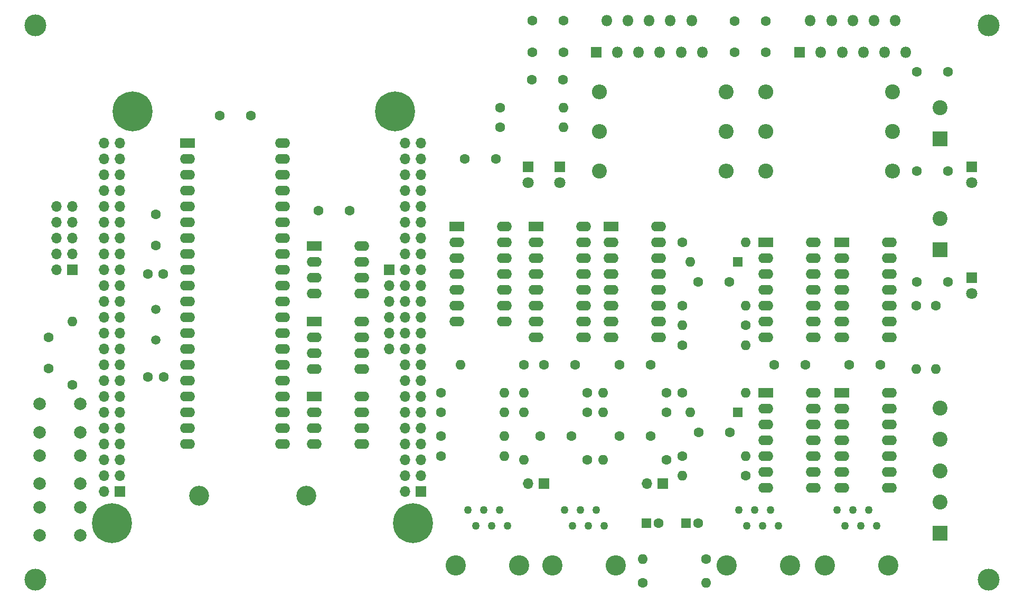
<source format=gts>
G04 #@! TF.FileFunction,Soldermask,Top*
%FSLAX46Y46*%
G04 Gerber Fmt 4.6, Leading zero omitted, Abs format (unit mm)*
G04 Created by KiCad (PCBNEW 4.0.7) date 10/02/17 10:04:21*
%MOMM*%
%LPD*%
G01*
G04 APERTURE LIST*
%ADD10C,0.100000*%
%ADD11C,1.600000*%
%ADD12C,3.500000*%
%ADD13R,1.700000X1.700000*%
%ADD14O,1.700000X1.700000*%
%ADD15R,2.400000X1.600000*%
%ADD16O,2.400000X1.600000*%
%ADD17R,1.600000X1.600000*%
%ADD18O,1.600000X1.600000*%
%ADD19R,1.800000X1.800000*%
%ADD20O,1.800000X1.800000*%
%ADD21R,2.400000X2.400000*%
%ADD22C,2.400000*%
%ADD23C,1.260000*%
%ADD24C,3.250000*%
%ADD25O,2.400000X2.400000*%
%ADD26C,2.000000*%
%ADD27C,1.500000*%
%ADD28C,6.400000*%
%ADD29C,1.800000*%
%ADD30C,3.200000*%
G04 APERTURE END LIST*
D10*
D11*
X105410000Y-66040000D03*
X100410000Y-66040000D03*
D12*
X70880000Y-51600000D03*
X223740000Y-51600000D03*
X223740000Y-140500000D03*
X70880000Y-140500000D03*
D13*
X171450000Y-125095000D03*
D14*
X168910000Y-125095000D03*
D15*
X187960000Y-110490000D03*
D16*
X195580000Y-125730000D03*
X187960000Y-113030000D03*
X195580000Y-123190000D03*
X187960000Y-115570000D03*
X195580000Y-120650000D03*
X187960000Y-118110000D03*
X195580000Y-118110000D03*
X187960000Y-120650000D03*
X195580000Y-115570000D03*
X187960000Y-123190000D03*
X195580000Y-113030000D03*
X187960000Y-125730000D03*
X195580000Y-110490000D03*
D11*
X206375000Y-106045000D03*
X201375000Y-106045000D03*
X169545000Y-117475000D03*
X164545000Y-117475000D03*
D17*
X175165000Y-131445000D03*
D11*
X177165000Y-131445000D03*
X182165000Y-92710000D03*
X177165000Y-92710000D03*
X212170000Y-59055000D03*
X217170000Y-59055000D03*
X187960000Y-50880000D03*
X182960000Y-50880000D03*
X187960000Y-55880000D03*
X182960000Y-55880000D03*
X189310000Y-106045000D03*
X194310000Y-106045000D03*
X169545000Y-106045000D03*
X164545000Y-106045000D03*
X212170000Y-74930000D03*
X217170000Y-74930000D03*
X144700000Y-73025000D03*
X139700000Y-73025000D03*
X156845000Y-117475000D03*
X151845000Y-117475000D03*
X182245000Y-116840000D03*
X177245000Y-116840000D03*
X150575000Y-55880000D03*
X155575000Y-55880000D03*
X157400000Y-106045000D03*
X152400000Y-106045000D03*
X150575000Y-50800000D03*
X155575000Y-50800000D03*
X155495000Y-60325000D03*
X150495000Y-60325000D03*
X90170000Y-86915000D03*
X90170000Y-81915000D03*
X217170000Y-92710000D03*
X212170000Y-92710000D03*
X116285000Y-81280000D03*
X121285000Y-81280000D03*
X88940000Y-107950000D03*
X91440000Y-107950000D03*
X91400000Y-91440000D03*
X88900000Y-91440000D03*
X73025000Y-106600000D03*
X73025000Y-101600000D03*
D17*
X183515000Y-89535000D03*
D18*
X175895000Y-89535000D03*
D17*
X183515000Y-113665000D03*
D18*
X175895000Y-113665000D03*
D19*
X193430000Y-55880000D03*
D20*
X195130000Y-50800000D03*
X196830000Y-55880000D03*
X198530000Y-50800000D03*
X200230000Y-55880000D03*
X201930000Y-50800000D03*
X203630000Y-55880000D03*
X205330000Y-50800000D03*
X207030000Y-55880000D03*
X208730000Y-50800000D03*
X210430000Y-55880000D03*
D19*
X160800000Y-55880000D03*
D20*
X162500000Y-50800000D03*
X164200000Y-55880000D03*
X165900000Y-50800000D03*
X167600000Y-55880000D03*
X169300000Y-50800000D03*
X171000000Y-55880000D03*
X172700000Y-50800000D03*
X174400000Y-55880000D03*
X176100000Y-50800000D03*
X177800000Y-55880000D03*
D15*
X115570000Y-99060000D03*
D16*
X123190000Y-106680000D03*
X115570000Y-101600000D03*
X123190000Y-104140000D03*
X115570000Y-104140000D03*
X123190000Y-101600000D03*
X115570000Y-106680000D03*
X123190000Y-99060000D03*
D15*
X115570000Y-111125000D03*
D16*
X123190000Y-118745000D03*
X115570000Y-113665000D03*
X123190000Y-116205000D03*
X115570000Y-116205000D03*
X123190000Y-113665000D03*
X115570000Y-118745000D03*
X123190000Y-111125000D03*
D13*
X127635000Y-90805000D03*
D14*
X127635000Y-93345000D03*
X127635000Y-95885000D03*
X127635000Y-98425000D03*
X127635000Y-100965000D03*
X127635000Y-103505000D03*
D21*
X215900000Y-133016000D03*
D22*
X215900000Y-128016000D03*
X215900000Y-123016000D03*
X215900000Y-118016000D03*
X215900000Y-113016000D03*
D21*
X215900000Y-69770000D03*
D22*
X215900000Y-64770000D03*
D21*
X215900000Y-87550000D03*
D22*
X215900000Y-82550000D03*
D23*
X199386000Y-129286000D03*
X200656000Y-131826000D03*
X201926000Y-129286000D03*
X203196000Y-131826000D03*
X204466000Y-129286000D03*
X205736000Y-131826000D03*
D24*
X207641000Y-138176000D03*
X197481000Y-138176000D03*
D23*
X183642000Y-129286000D03*
X184912000Y-131826000D03*
X186182000Y-129286000D03*
X187452000Y-131826000D03*
X188722000Y-129286000D03*
X189992000Y-131826000D03*
D24*
X191897000Y-138176000D03*
X181737000Y-138176000D03*
D23*
X155702000Y-129286000D03*
X156972000Y-131826000D03*
X158242000Y-129286000D03*
X159512000Y-131826000D03*
X160782000Y-129286000D03*
X162052000Y-131826000D03*
D24*
X163957000Y-138176000D03*
X153797000Y-138176000D03*
D23*
X140208000Y-129286000D03*
X141478000Y-131826000D03*
X142748000Y-129286000D03*
X144018000Y-131826000D03*
X145288000Y-129286000D03*
X146558000Y-131826000D03*
D24*
X148463000Y-138176000D03*
X138303000Y-138176000D03*
D13*
X152400000Y-125095000D03*
D14*
X149860000Y-125095000D03*
D13*
X132715000Y-126365000D03*
D14*
X130175000Y-126365000D03*
X132715000Y-123825000D03*
X130175000Y-123825000D03*
X132715000Y-121285000D03*
X130175000Y-121285000D03*
X132715000Y-118745000D03*
X130175000Y-118745000D03*
X132715000Y-116205000D03*
X130175000Y-116205000D03*
X132715000Y-113665000D03*
X130175000Y-113665000D03*
X132715000Y-111125000D03*
X130175000Y-111125000D03*
X132715000Y-108585000D03*
X130175000Y-108585000D03*
X132715000Y-106045000D03*
X130175000Y-106045000D03*
X132715000Y-103505000D03*
X130175000Y-103505000D03*
X132715000Y-100965000D03*
X130175000Y-100965000D03*
X132715000Y-98425000D03*
X130175000Y-98425000D03*
X132715000Y-95885000D03*
X130175000Y-95885000D03*
X132715000Y-93345000D03*
X130175000Y-93345000D03*
X132715000Y-90805000D03*
X130175000Y-90805000D03*
X132715000Y-88265000D03*
X130175000Y-88265000D03*
X132715000Y-85725000D03*
X130175000Y-85725000D03*
X132715000Y-83185000D03*
X130175000Y-83185000D03*
X132715000Y-80645000D03*
X130175000Y-80645000D03*
X132715000Y-78105000D03*
X130175000Y-78105000D03*
X132715000Y-75565000D03*
X130175000Y-75565000D03*
X132715000Y-73025000D03*
X130175000Y-73025000D03*
X132715000Y-70485000D03*
X130175000Y-70485000D03*
D13*
X84455000Y-126365000D03*
D14*
X81915000Y-126365000D03*
X84455000Y-123825000D03*
X81915000Y-123825000D03*
X84455000Y-121285000D03*
X81915000Y-121285000D03*
X84455000Y-118745000D03*
X81915000Y-118745000D03*
X84455000Y-116205000D03*
X81915000Y-116205000D03*
X84455000Y-113665000D03*
X81915000Y-113665000D03*
X84455000Y-111125000D03*
X81915000Y-111125000D03*
X84455000Y-108585000D03*
X81915000Y-108585000D03*
X84455000Y-106045000D03*
X81915000Y-106045000D03*
X84455000Y-103505000D03*
X81915000Y-103505000D03*
X84455000Y-100965000D03*
X81915000Y-100965000D03*
X84455000Y-98425000D03*
X81915000Y-98425000D03*
X84455000Y-95885000D03*
X81915000Y-95885000D03*
X84455000Y-93345000D03*
X81915000Y-93345000D03*
X84455000Y-90805000D03*
X81915000Y-90805000D03*
X84455000Y-88265000D03*
X81915000Y-88265000D03*
X84455000Y-85725000D03*
X81915000Y-85725000D03*
X84455000Y-83185000D03*
X81915000Y-83185000D03*
X84455000Y-80645000D03*
X81915000Y-80645000D03*
X84455000Y-78105000D03*
X81915000Y-78105000D03*
X84455000Y-75565000D03*
X81915000Y-75565000D03*
X84455000Y-73025000D03*
X81915000Y-73025000D03*
X84455000Y-70485000D03*
X81915000Y-70485000D03*
D11*
X172085000Y-121285000D03*
D18*
X161925000Y-121285000D03*
D11*
X172085000Y-113665000D03*
D18*
X161925000Y-113665000D03*
D11*
X168275000Y-140970000D03*
D18*
X178435000Y-140970000D03*
D11*
X174625000Y-102870000D03*
D18*
X184785000Y-102870000D03*
D11*
X172085000Y-110490000D03*
D18*
X161925000Y-110490000D03*
D11*
X174625000Y-96520000D03*
D18*
X184785000Y-96520000D03*
D11*
X184785000Y-99695000D03*
D18*
X174625000Y-99695000D03*
D11*
X174625000Y-86360000D03*
D18*
X184785000Y-86360000D03*
D22*
X208280000Y-68580000D03*
D25*
X187960000Y-68580000D03*
D22*
X208280000Y-62230000D03*
D25*
X187960000Y-62230000D03*
D22*
X187960000Y-74930000D03*
D25*
X208280000Y-74930000D03*
D11*
X159385000Y-121285000D03*
D18*
X149225000Y-121285000D03*
D11*
X159385000Y-113665000D03*
D18*
X149225000Y-113665000D03*
D11*
X178435000Y-137160000D03*
D18*
X168275000Y-137160000D03*
D11*
X149225000Y-106045000D03*
D18*
X139065000Y-106045000D03*
D11*
X159385000Y-110490000D03*
D18*
X149225000Y-110490000D03*
D11*
X174625000Y-120650000D03*
D18*
X184785000Y-120650000D03*
D11*
X174625000Y-110490000D03*
D18*
X184785000Y-110490000D03*
D22*
X181610000Y-62230000D03*
D25*
X161290000Y-62230000D03*
D22*
X181610000Y-68580000D03*
D25*
X161290000Y-68580000D03*
D22*
X161290000Y-74930000D03*
D25*
X181610000Y-74930000D03*
D11*
X135890000Y-110490000D03*
D18*
X146050000Y-110490000D03*
D11*
X135890000Y-117475000D03*
D18*
X146050000Y-117475000D03*
D11*
X135890000Y-113665000D03*
D18*
X146050000Y-113665000D03*
D11*
X135890000Y-120650000D03*
D18*
X146050000Y-120650000D03*
D11*
X76835000Y-109220000D03*
D18*
X76835000Y-99060000D03*
D26*
X71605000Y-116840000D03*
X71605000Y-112340000D03*
X78105000Y-116840000D03*
X78105000Y-112340000D03*
D15*
X163195000Y-83820000D03*
D16*
X170815000Y-101600000D03*
X163195000Y-86360000D03*
X170815000Y-99060000D03*
X163195000Y-88900000D03*
X170815000Y-96520000D03*
X163195000Y-91440000D03*
X170815000Y-93980000D03*
X163195000Y-93980000D03*
X170815000Y-91440000D03*
X163195000Y-96520000D03*
X170815000Y-88900000D03*
X163195000Y-99060000D03*
X170815000Y-86360000D03*
X163195000Y-101600000D03*
X170815000Y-83820000D03*
D15*
X187960000Y-86360000D03*
D16*
X195580000Y-101600000D03*
X187960000Y-88900000D03*
X195580000Y-99060000D03*
X187960000Y-91440000D03*
X195580000Y-96520000D03*
X187960000Y-93980000D03*
X195580000Y-93980000D03*
X187960000Y-96520000D03*
X195580000Y-91440000D03*
X187960000Y-99060000D03*
X195580000Y-88900000D03*
X187960000Y-101600000D03*
X195580000Y-86360000D03*
D15*
X200152000Y-110490000D03*
D16*
X207772000Y-125730000D03*
X200152000Y-113030000D03*
X207772000Y-123190000D03*
X200152000Y-115570000D03*
X207772000Y-120650000D03*
X200152000Y-118110000D03*
X207772000Y-118110000D03*
X200152000Y-120650000D03*
X207772000Y-115570000D03*
X200152000Y-123190000D03*
X207772000Y-113030000D03*
X200152000Y-125730000D03*
X207772000Y-110490000D03*
D15*
X138430000Y-83820000D03*
D16*
X146050000Y-99060000D03*
X138430000Y-86360000D03*
X146050000Y-96520000D03*
X138430000Y-88900000D03*
X146050000Y-93980000D03*
X138430000Y-91440000D03*
X146050000Y-91440000D03*
X138430000Y-93980000D03*
X146050000Y-88900000D03*
X138430000Y-96520000D03*
X146050000Y-86360000D03*
X138430000Y-99060000D03*
X146050000Y-83820000D03*
D15*
X200152000Y-86360000D03*
D16*
X207772000Y-101600000D03*
X200152000Y-88900000D03*
X207772000Y-99060000D03*
X200152000Y-91440000D03*
X207772000Y-96520000D03*
X200152000Y-93980000D03*
X207772000Y-93980000D03*
X200152000Y-96520000D03*
X207772000Y-91440000D03*
X200152000Y-99060000D03*
X207772000Y-88900000D03*
X200152000Y-101600000D03*
X207772000Y-86360000D03*
D15*
X115570000Y-86995000D03*
D16*
X123190000Y-94615000D03*
X115570000Y-89535000D03*
X123190000Y-92075000D03*
X115570000Y-92075000D03*
X123190000Y-89535000D03*
X115570000Y-94615000D03*
X123190000Y-86995000D03*
D27*
X90170000Y-102055000D03*
X90170000Y-97155000D03*
D28*
X131440000Y-131445000D03*
X83185000Y-131445000D03*
X128524000Y-65405000D03*
X86487000Y-65405000D03*
D15*
X151130000Y-83820000D03*
D16*
X158750000Y-101600000D03*
X151130000Y-86360000D03*
X158750000Y-99060000D03*
X151130000Y-88900000D03*
X158750000Y-96520000D03*
X151130000Y-91440000D03*
X158750000Y-93980000D03*
X151130000Y-93980000D03*
X158750000Y-91440000D03*
X151130000Y-96520000D03*
X158750000Y-88900000D03*
X151130000Y-99060000D03*
X158750000Y-86360000D03*
X151130000Y-101600000D03*
X158750000Y-83820000D03*
D11*
X184785000Y-123825000D03*
D18*
X174625000Y-123825000D03*
D19*
X220980000Y-74295000D03*
D29*
X220980000Y-76835000D03*
D19*
X220980000Y-92075000D03*
D29*
X220980000Y-94615000D03*
D11*
X212090000Y-96520000D03*
D18*
X212090000Y-106680000D03*
D11*
X215265000Y-96520000D03*
D18*
X215265000Y-106680000D03*
D30*
X97155000Y-127000000D03*
X114300000Y-127000000D03*
D15*
X95250000Y-70485000D03*
D16*
X110490000Y-118745000D03*
X95250000Y-73025000D03*
X110490000Y-116205000D03*
X95250000Y-75565000D03*
X110490000Y-113665000D03*
X95250000Y-78105000D03*
X110490000Y-111125000D03*
X95250000Y-80645000D03*
X110490000Y-108585000D03*
X95250000Y-83185000D03*
X110490000Y-106045000D03*
X95250000Y-85725000D03*
X110490000Y-103505000D03*
X95250000Y-88265000D03*
X110490000Y-100965000D03*
X95250000Y-90805000D03*
X110490000Y-98425000D03*
X95250000Y-93345000D03*
X110490000Y-95885000D03*
X95250000Y-95885000D03*
X110490000Y-93345000D03*
X95250000Y-98425000D03*
X110490000Y-90805000D03*
X95250000Y-100965000D03*
X110490000Y-88265000D03*
X95250000Y-103505000D03*
X110490000Y-85725000D03*
X95250000Y-106045000D03*
X110490000Y-83185000D03*
X95250000Y-108585000D03*
X110490000Y-80645000D03*
X95250000Y-111125000D03*
X110490000Y-78105000D03*
X95250000Y-113665000D03*
X110490000Y-75565000D03*
X95250000Y-116205000D03*
X110490000Y-73025000D03*
X95250000Y-118745000D03*
X110490000Y-70485000D03*
D17*
X168815000Y-131445000D03*
D11*
X170815000Y-131445000D03*
D19*
X154940000Y-74295000D03*
D29*
X154940000Y-76835000D03*
D19*
X149860000Y-74295000D03*
D29*
X149860000Y-76835000D03*
D11*
X145415000Y-67945000D03*
D18*
X155575000Y-67945000D03*
D11*
X145415000Y-64770000D03*
D18*
X155575000Y-64770000D03*
D13*
X76835000Y-90805000D03*
D14*
X74295000Y-90805000D03*
X76835000Y-88265000D03*
X74295000Y-88265000D03*
X76835000Y-85725000D03*
X74295000Y-85725000D03*
X76835000Y-83185000D03*
X74295000Y-83185000D03*
X76835000Y-80645000D03*
X74295000Y-80645000D03*
D26*
X71605000Y-125095000D03*
X71605000Y-120595000D03*
X78105000Y-125095000D03*
X78105000Y-120595000D03*
X71605000Y-133405000D03*
X71605000Y-128905000D03*
X78105000Y-133405000D03*
X78105000Y-128905000D03*
M02*

</source>
